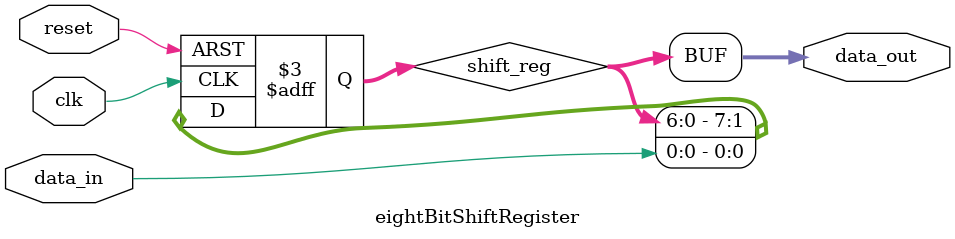
<source format=v>
module eightBitShiftRegister (
    input wire clk,
    input wire reset,
    input wire data_in,
    output [7:0] data_out
);
	
	 reg[7:0] shift_reg;
    always @(posedge clk or negedge reset) begin
        if (~reset) begin
            shift_reg <= 8'b0;
        end else begin
            shift_reg[0] <= data_in;
				shift_reg[7:1] <= shift_reg[6:0];
        end
    end
	 
	 assign data_out = shift_reg;

endmodule

</source>
